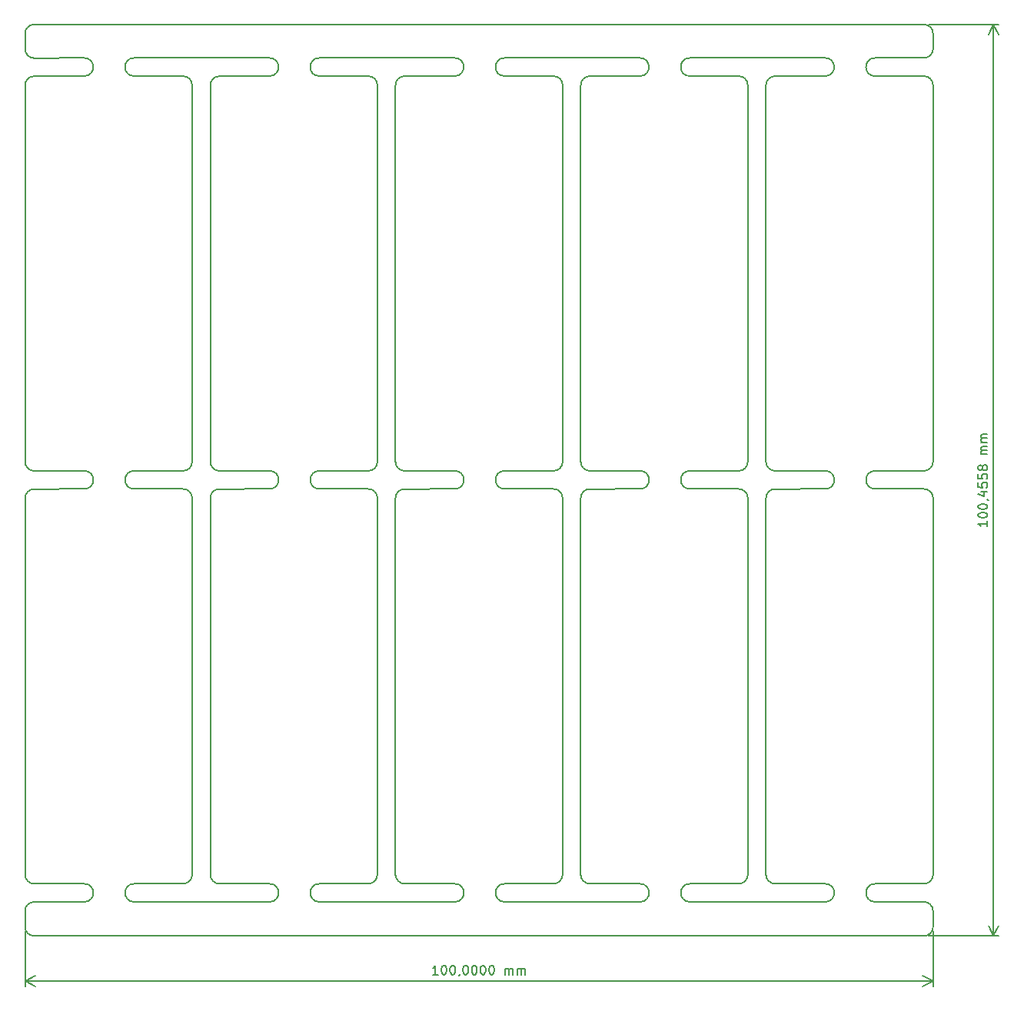
<source format=gm1>
G04 #@! TF.GenerationSoftware,KiCad,Pcbnew,6.0.1-79c1e3a40b~116~ubuntu20.04.1*
G04 #@! TF.CreationDate,2022-01-18T16:31:02+01:00*
G04 #@! TF.ProjectId,10xNano_GPIB,3130784e-616e-46f5-9f47-5049422e6b69,rev?*
G04 #@! TF.SameCoordinates,Original*
G04 #@! TF.FileFunction,Profile,NP*
%FSLAX46Y46*%
G04 Gerber Fmt 4.6, Leading zero omitted, Abs format (unit mm)*
G04 Created by KiCad (PCBNEW 6.0.1-79c1e3a40b~116~ubuntu20.04.1) date 2022-01-18 16:31:02*
%MOMM*%
%LPD*%
G01*
G04 APERTURE LIST*
G04 #@! TA.AperFunction,Profile*
%ADD10C,0.150000*%
G04 #@! TD*
%ADD11C,0.150000*%
G04 APERTURE END LIST*
D10*
X111550439Y-91367000D02*
X111550439Y-49867000D01*
X62359977Y-46860000D02*
G75*
G03*
X62359977Y-48860000I0J-1000000D01*
G01*
X149350439Y-137867000D02*
G75*
G03*
X150350439Y-136867000I1J999999D01*
G01*
X138470000Y-139870000D02*
X123570000Y-139870000D01*
X91150439Y-136867000D02*
X91150439Y-95367000D01*
X50350439Y-140866553D02*
X50350439Y-142622340D01*
X103159977Y-46860000D02*
G75*
G03*
X103159977Y-48860000I0J-1000000D01*
G01*
X51350439Y-43169446D02*
G75*
G03*
X50350439Y-44169446I3J-1000003D01*
G01*
X51350439Y-48867000D02*
G75*
G03*
X50350439Y-49867000I-1J-999999D01*
G01*
X62370000Y-94360000D02*
X67750439Y-94359447D01*
X143959977Y-48860000D02*
X149350439Y-48859447D01*
X118070000Y-137870000D02*
X118070000Y-137870000D01*
X51350439Y-94367000D02*
G75*
G03*
X50350439Y-95367000I-1J-999999D01*
G01*
X97670000Y-92360000D02*
X92150439Y-92367000D01*
X123559977Y-46860000D02*
G75*
G03*
X123559977Y-48860000I0J-1000000D01*
G01*
X149350439Y-137867000D02*
X143970000Y-137870000D01*
X111550439Y-136867000D02*
G75*
G03*
X112550439Y-137867000I999999J-1D01*
G01*
X108550439Y-92367000D02*
G75*
G03*
X109550439Y-91367000I1J999999D01*
G01*
X50350439Y-136867000D02*
G75*
G03*
X51350439Y-137867000I999999J-1D01*
G01*
X67750439Y-92367000D02*
X62370000Y-92360000D01*
X68750439Y-49859447D02*
G75*
G03*
X67750439Y-48859447I-999999J1D01*
G01*
X88150439Y-92367000D02*
X82770000Y-92360000D01*
X70750439Y-91367000D02*
G75*
G03*
X71750439Y-92367000I999999J-1D01*
G01*
X132950439Y-94367000D02*
X138470000Y-94360000D01*
X56859977Y-48860000D02*
G75*
G03*
X56859977Y-46860000I0J1000000D01*
G01*
X143959977Y-46860000D02*
G75*
G03*
X143959977Y-48860000I0J-1000000D01*
G01*
X56870000Y-139870000D02*
G75*
G03*
X56870000Y-137870000I0J1000000D01*
G01*
X92150439Y-48860000D02*
G75*
G03*
X91150439Y-49860000I-1J-999999D01*
G01*
X89150439Y-95359447D02*
G75*
G03*
X88150439Y-94359447I-999999J1D01*
G01*
X108550439Y-137867000D02*
G75*
G03*
X109550439Y-136867000I1J999999D01*
G01*
X88150439Y-137867000D02*
X82770000Y-137870000D01*
X149350439Y-43166553D02*
X51350439Y-43169446D01*
X51350439Y-94367000D02*
X56870000Y-94360000D01*
X129950439Y-49859447D02*
G75*
G03*
X128950439Y-48859447I-999999J1D01*
G01*
X70750439Y-136867000D02*
G75*
G03*
X71750439Y-137867000I999999J-1D01*
G01*
X109550439Y-91367000D02*
X109550439Y-49859447D01*
X103159977Y-46860000D02*
X118059977Y-46860000D01*
X150350439Y-91367000D02*
X150350439Y-49859447D01*
X123559977Y-46860000D02*
X138459977Y-46860000D01*
X138470000Y-94360000D02*
G75*
G03*
X138470000Y-92360000I0J1000000D01*
G01*
X129950439Y-136867000D02*
X129950439Y-95359447D01*
X97670000Y-137870000D02*
X92150439Y-137867000D01*
X111550439Y-91367000D02*
G75*
G03*
X112550439Y-92367000I999999J-1D01*
G01*
X138459977Y-48860000D02*
G75*
G03*
X138459977Y-46860000I0J1000000D01*
G01*
X77270000Y-92360000D02*
X71750439Y-92367000D01*
X82770000Y-94360000D02*
X88150439Y-94359447D01*
X103170000Y-137870000D02*
G75*
G03*
X103170000Y-139870000I0J-1000000D01*
G01*
X56870000Y-137870000D02*
X56870000Y-137870000D01*
X71750439Y-94367000D02*
X77270000Y-94360000D01*
X51350439Y-139866553D02*
G75*
G03*
X50350439Y-140866553I3J-1000003D01*
G01*
X67750439Y-92367000D02*
G75*
G03*
X68750439Y-91367000I1J999999D01*
G01*
X138470000Y-137870000D02*
X132950439Y-137867000D01*
X71750439Y-48867000D02*
X77259977Y-48860000D01*
X97659977Y-48860000D02*
G75*
G03*
X97659977Y-46860000I0J1000000D01*
G01*
X82759977Y-48860000D02*
X88150439Y-48859447D01*
X56870000Y-94360000D02*
G75*
G03*
X56870000Y-92360000I0J1000000D01*
G01*
X56870000Y-92360000D02*
X51350439Y-92367000D01*
X112550439Y-94367000D02*
G75*
G03*
X111550439Y-95367000I-1J-999999D01*
G01*
X149350439Y-46856554D02*
G75*
G03*
X150350439Y-45856554I-3J1000003D01*
G01*
X103170000Y-94360000D02*
X108550439Y-94359447D01*
X129950439Y-91367000D02*
X129950439Y-49859447D01*
X108550439Y-92367000D02*
X103170000Y-92360000D01*
X108550439Y-137867000D02*
X103170000Y-137870000D01*
X77270000Y-137870000D02*
X71750439Y-137867000D01*
X56870000Y-139870000D02*
X51350439Y-139866553D01*
X88150439Y-92367000D02*
G75*
G03*
X89150439Y-91367000I1J999999D01*
G01*
X112550439Y-48867000D02*
X118059977Y-48860000D01*
X118070000Y-92360000D02*
X112550439Y-92367000D01*
X128950439Y-92367000D02*
G75*
G03*
X129950439Y-91367000I1J999999D01*
G01*
X109550439Y-49859447D02*
G75*
G03*
X108550439Y-48859447I-999999J1D01*
G01*
X150350439Y-44166553D02*
G75*
G03*
X149350439Y-43166553I-1000003J-3D01*
G01*
X109550439Y-136867000D02*
X109550439Y-95359447D01*
X77270000Y-94360000D02*
G75*
G03*
X77270000Y-92360000I0J1000000D01*
G01*
X92150439Y-94367000D02*
G75*
G03*
X91150439Y-95367000I-1J-999999D01*
G01*
X91150439Y-91367000D02*
X91150439Y-49867000D01*
X103159977Y-48860000D02*
X108550439Y-48859447D01*
X132950439Y-94367000D02*
G75*
G03*
X131950439Y-95367000I-1J-999999D01*
G01*
X50350439Y-91367000D02*
G75*
G03*
X51350439Y-92367000I999999J-1D01*
G01*
X50350439Y-45869446D02*
G75*
G03*
X51350439Y-46869446I1000003J3D01*
G01*
X70750439Y-136867000D02*
X70750439Y-95367000D01*
X50350439Y-136867000D02*
X50350439Y-95367000D01*
X89150439Y-136867000D02*
X89150439Y-95359447D01*
X123570000Y-92360000D02*
G75*
G03*
X123570000Y-94360000I0J-1000000D01*
G01*
X138470000Y-137870000D02*
X138470000Y-137870000D01*
X131950439Y-91367000D02*
X131950439Y-49867000D01*
X91150439Y-91367000D02*
G75*
G03*
X92150439Y-92367000I999999J-1D01*
G01*
X150350439Y-140869447D02*
G75*
G03*
X149350439Y-139869447I-1000003J-3D01*
G01*
X149350439Y-143622341D02*
G75*
G03*
X150350439Y-142622341I-3J1000003D01*
G01*
X71750439Y-48867000D02*
G75*
G03*
X70750439Y-49867000I-1J-999999D01*
G01*
X51350439Y-48867000D02*
X56859977Y-48860000D01*
X71750439Y-94367000D02*
G75*
G03*
X70750439Y-95367000I-1J-999999D01*
G01*
X150350439Y-44166553D02*
X150350439Y-45856554D01*
X88150439Y-137867000D02*
G75*
G03*
X89150439Y-136867000I1J999999D01*
G01*
X128950439Y-137867000D02*
X123570000Y-137870000D01*
X138470000Y-139870000D02*
G75*
G03*
X138470000Y-137870000I0J1000000D01*
G01*
X112550439Y-48867000D02*
G75*
G03*
X111550439Y-49867000I-1J-999999D01*
G01*
X118070000Y-139870000D02*
G75*
G03*
X118070000Y-137870000I0J1000000D01*
G01*
X91150439Y-136867000D02*
G75*
G03*
X92150439Y-137867000I999999J-1D01*
G01*
X82759977Y-46860000D02*
G75*
G03*
X82759977Y-48860000I0J-1000000D01*
G01*
X112550439Y-94367000D02*
X118070000Y-94360000D01*
X82770000Y-92360000D02*
G75*
G03*
X82770000Y-94360000I0J-1000000D01*
G01*
X103170000Y-92360000D02*
G75*
G03*
X103170000Y-94360000I0J-1000000D01*
G01*
X97670000Y-139870000D02*
X82770000Y-139870000D01*
X150350439Y-95359447D02*
G75*
G03*
X149350439Y-94359447I-999999J1D01*
G01*
X56870000Y-137870000D02*
X51350439Y-137867000D01*
X132950439Y-48867000D02*
G75*
G03*
X131950439Y-49867000I-1J-999999D01*
G01*
X149350439Y-139869447D02*
X143970000Y-139870000D01*
X62370000Y-92360000D02*
G75*
G03*
X62370000Y-94360000I0J-1000000D01*
G01*
X143959977Y-46860000D02*
X149350439Y-46856554D01*
X123570000Y-137870000D02*
G75*
G03*
X123570000Y-139870000I0J-1000000D01*
G01*
X129950439Y-95359447D02*
G75*
G03*
X128950439Y-94359447I-999999J1D01*
G01*
X67750439Y-137867000D02*
X62370000Y-137870000D01*
X131950439Y-136867000D02*
G75*
G03*
X132950439Y-137867000I999999J-1D01*
G01*
X50350439Y-44169446D02*
X50350439Y-45869446D01*
X67750439Y-137867000D02*
G75*
G03*
X68750439Y-136867000I1J999999D01*
G01*
X118070000Y-137870000D02*
X112550439Y-137867000D01*
X68750439Y-136867000D02*
X68750439Y-95359447D01*
X82759977Y-46860000D02*
X97659977Y-46860000D01*
X111550439Y-136867000D02*
X111550439Y-95367000D01*
X143970000Y-137870000D02*
G75*
G03*
X143970000Y-139870000I0J-1000000D01*
G01*
X131950439Y-136867000D02*
X131950439Y-95367000D01*
X150350439Y-49859447D02*
G75*
G03*
X149350439Y-48859447I-999999J1D01*
G01*
X97670000Y-94360000D02*
G75*
G03*
X97670000Y-92360000I0J1000000D01*
G01*
X143970000Y-94360000D02*
X149350439Y-94359447D01*
X89150439Y-91367000D02*
X89150439Y-49859447D01*
X70750439Y-91367000D02*
X70750439Y-49867000D01*
X68750439Y-95359447D02*
G75*
G03*
X67750439Y-94359447I-999999J1D01*
G01*
X68750439Y-91367000D02*
X68750439Y-49859447D01*
X143970000Y-92360000D02*
G75*
G03*
X143970000Y-94360000I0J-1000000D01*
G01*
X97670000Y-139870000D02*
G75*
G03*
X97670000Y-137870000I0J1000000D01*
G01*
X51350439Y-143622340D02*
X149350439Y-143622341D01*
X150350439Y-136867000D02*
X150350439Y-95359447D01*
X149350439Y-92367000D02*
G75*
G03*
X150350439Y-91367000I1J999999D01*
G01*
X128950439Y-92367000D02*
X123570000Y-92360000D01*
X50350439Y-142622340D02*
G75*
G03*
X51350439Y-143622340I1000003J3D01*
G01*
X50350439Y-91367000D02*
X50350439Y-49867000D01*
X118059977Y-48860000D02*
G75*
G03*
X118059977Y-46860000I0J1000000D01*
G01*
X92150439Y-94367000D02*
X97670000Y-94360000D01*
X109550439Y-95359447D02*
G75*
G03*
X108550439Y-94359447I-999999J1D01*
G01*
X131950439Y-91367000D02*
G75*
G03*
X132950439Y-92367000I999999J-1D01*
G01*
X138470000Y-92360000D02*
X132950439Y-92367000D01*
X118070000Y-94360000D02*
G75*
G03*
X118070000Y-92360000I0J1000000D01*
G01*
X150350439Y-140869447D02*
X150350439Y-142622341D01*
X118070000Y-139870000D02*
X103170000Y-139870000D01*
X77270000Y-139870000D02*
X62370000Y-139870000D01*
X62370000Y-137870000D02*
G75*
G03*
X62370000Y-139870000I0J-1000000D01*
G01*
X77259977Y-48860000D02*
G75*
G03*
X77259977Y-46860000I0J1000000D01*
G01*
X132950439Y-48867000D02*
X138459977Y-48860000D01*
X77270000Y-137870000D02*
X77270000Y-137870000D01*
X97670000Y-137870000D02*
X97670000Y-137870000D01*
X149350439Y-92367000D02*
X143970000Y-92360000D01*
X77270000Y-139870000D02*
G75*
G03*
X77270000Y-137870000I0J1000000D01*
G01*
X62359977Y-46860000D02*
X77259977Y-46860000D01*
X97659977Y-48860000D02*
X92150439Y-48860000D01*
X82770000Y-137870000D02*
G75*
G03*
X82770000Y-139870000I0J-1000000D01*
G01*
X51350439Y-46869446D02*
X56859977Y-46860000D01*
X62359977Y-48860000D02*
X67750439Y-48859447D01*
X123559977Y-48860000D02*
X128950439Y-48859447D01*
X128950439Y-137867000D02*
G75*
G03*
X129950439Y-136867000I1J999999D01*
G01*
X123570000Y-94360000D02*
X128950439Y-94359447D01*
X89150439Y-49859447D02*
G75*
G03*
X88150439Y-48859447I-999999J1D01*
G01*
D11*
X156322819Y-97918256D02*
X156322819Y-98489685D01*
X156322819Y-98203970D02*
X155322819Y-98203970D01*
X155465677Y-98299208D01*
X155560915Y-98394447D01*
X155608534Y-98489685D01*
X155322819Y-97299208D02*
X155322819Y-97203970D01*
X155370439Y-97108732D01*
X155418058Y-97061113D01*
X155513296Y-97013494D01*
X155703772Y-96965875D01*
X155941867Y-96965875D01*
X156132343Y-97013494D01*
X156227581Y-97061113D01*
X156275200Y-97108732D01*
X156322819Y-97203970D01*
X156322819Y-97299208D01*
X156275200Y-97394447D01*
X156227581Y-97442066D01*
X156132343Y-97489685D01*
X155941867Y-97537304D01*
X155703772Y-97537304D01*
X155513296Y-97489685D01*
X155418058Y-97442066D01*
X155370439Y-97394447D01*
X155322819Y-97299208D01*
X155322819Y-96346827D02*
X155322819Y-96251589D01*
X155370439Y-96156351D01*
X155418058Y-96108732D01*
X155513296Y-96061113D01*
X155703772Y-96013494D01*
X155941867Y-96013494D01*
X156132343Y-96061113D01*
X156227581Y-96108732D01*
X156275200Y-96156351D01*
X156322819Y-96251589D01*
X156322819Y-96346827D01*
X156275200Y-96442066D01*
X156227581Y-96489685D01*
X156132343Y-96537304D01*
X155941867Y-96584923D01*
X155703772Y-96584923D01*
X155513296Y-96537304D01*
X155418058Y-96489685D01*
X155370439Y-96442066D01*
X155322819Y-96346827D01*
X156275200Y-95537304D02*
X156322819Y-95537304D01*
X156418058Y-95584923D01*
X156465677Y-95632542D01*
X155656153Y-94680161D02*
X156322819Y-94680161D01*
X155275200Y-94918256D02*
X155989486Y-95156351D01*
X155989486Y-94537304D01*
X155322819Y-93680161D02*
X155322819Y-94156351D01*
X155799010Y-94203970D01*
X155751391Y-94156351D01*
X155703772Y-94061113D01*
X155703772Y-93823018D01*
X155751391Y-93727780D01*
X155799010Y-93680161D01*
X155894248Y-93632542D01*
X156132343Y-93632542D01*
X156227581Y-93680161D01*
X156275200Y-93727780D01*
X156322819Y-93823018D01*
X156322819Y-94061113D01*
X156275200Y-94156351D01*
X156227581Y-94203970D01*
X155322819Y-92727780D02*
X155322819Y-93203970D01*
X155799010Y-93251589D01*
X155751391Y-93203970D01*
X155703772Y-93108732D01*
X155703772Y-92870637D01*
X155751391Y-92775399D01*
X155799010Y-92727780D01*
X155894248Y-92680161D01*
X156132343Y-92680161D01*
X156227581Y-92727780D01*
X156275200Y-92775399D01*
X156322819Y-92870637D01*
X156322819Y-93108732D01*
X156275200Y-93203970D01*
X156227581Y-93251589D01*
X155751391Y-92108732D02*
X155703772Y-92203970D01*
X155656153Y-92251589D01*
X155560915Y-92299208D01*
X155513296Y-92299208D01*
X155418058Y-92251589D01*
X155370439Y-92203970D01*
X155322819Y-92108732D01*
X155322819Y-91918256D01*
X155370439Y-91823018D01*
X155418058Y-91775399D01*
X155513296Y-91727780D01*
X155560915Y-91727780D01*
X155656153Y-91775399D01*
X155703772Y-91823018D01*
X155751391Y-91918256D01*
X155751391Y-92108732D01*
X155799010Y-92203970D01*
X155846629Y-92251589D01*
X155941867Y-92299208D01*
X156132343Y-92299208D01*
X156227581Y-92251589D01*
X156275200Y-92203970D01*
X156322819Y-92108732D01*
X156322819Y-91918256D01*
X156275200Y-91823018D01*
X156227581Y-91775399D01*
X156132343Y-91727780D01*
X155941867Y-91727780D01*
X155846629Y-91775399D01*
X155799010Y-91823018D01*
X155751391Y-91918256D01*
X156322819Y-90537304D02*
X155656153Y-90537304D01*
X155751391Y-90537304D02*
X155703772Y-90489685D01*
X155656153Y-90394447D01*
X155656153Y-90251589D01*
X155703772Y-90156351D01*
X155799010Y-90108732D01*
X156322819Y-90108732D01*
X155799010Y-90108732D02*
X155703772Y-90061113D01*
X155656153Y-89965875D01*
X155656153Y-89823018D01*
X155703772Y-89727780D01*
X155799010Y-89680161D01*
X156322819Y-89680161D01*
X156322819Y-89203970D02*
X155656153Y-89203970D01*
X155751391Y-89203970D02*
X155703772Y-89156351D01*
X155656153Y-89061113D01*
X155656153Y-88918256D01*
X155703772Y-88823018D01*
X155799010Y-88775399D01*
X156322819Y-88775399D01*
X155799010Y-88775399D02*
X155703772Y-88727780D01*
X155656153Y-88632542D01*
X155656153Y-88489685D01*
X155703772Y-88394447D01*
X155799010Y-88346827D01*
X156322819Y-88346827D01*
D10*
X149850439Y-43166553D02*
X157606859Y-43166553D01*
X149850439Y-143622341D02*
X157606859Y-143622341D01*
X157020439Y-43166553D02*
X157020439Y-143622341D01*
X157020439Y-43166553D02*
X157020439Y-143622341D01*
X157020439Y-43166553D02*
X156434018Y-44293057D01*
X157020439Y-43166553D02*
X157606860Y-44293057D01*
X157020439Y-143622341D02*
X157606860Y-142495837D01*
X157020439Y-143622341D02*
X156434018Y-142495837D01*
D11*
X95826629Y-147881827D02*
X95255200Y-147881827D01*
X95540915Y-147881827D02*
X95540915Y-146881827D01*
X95445677Y-147024685D01*
X95350439Y-147119923D01*
X95255200Y-147167542D01*
X96445677Y-146881827D02*
X96540915Y-146881827D01*
X96636153Y-146929447D01*
X96683772Y-146977066D01*
X96731391Y-147072304D01*
X96779010Y-147262780D01*
X96779010Y-147500875D01*
X96731391Y-147691351D01*
X96683772Y-147786589D01*
X96636153Y-147834208D01*
X96540915Y-147881827D01*
X96445677Y-147881827D01*
X96350439Y-147834208D01*
X96302819Y-147786589D01*
X96255200Y-147691351D01*
X96207581Y-147500875D01*
X96207581Y-147262780D01*
X96255200Y-147072304D01*
X96302819Y-146977066D01*
X96350439Y-146929447D01*
X96445677Y-146881827D01*
X97398058Y-146881827D02*
X97493296Y-146881827D01*
X97588534Y-146929447D01*
X97636153Y-146977066D01*
X97683772Y-147072304D01*
X97731391Y-147262780D01*
X97731391Y-147500875D01*
X97683772Y-147691351D01*
X97636153Y-147786589D01*
X97588534Y-147834208D01*
X97493296Y-147881827D01*
X97398058Y-147881827D01*
X97302819Y-147834208D01*
X97255200Y-147786589D01*
X97207581Y-147691351D01*
X97159962Y-147500875D01*
X97159962Y-147262780D01*
X97207581Y-147072304D01*
X97255200Y-146977066D01*
X97302819Y-146929447D01*
X97398058Y-146881827D01*
X98207581Y-147834208D02*
X98207581Y-147881827D01*
X98159962Y-147977066D01*
X98112343Y-148024685D01*
X98826629Y-146881827D02*
X98921867Y-146881827D01*
X99017105Y-146929447D01*
X99064724Y-146977066D01*
X99112343Y-147072304D01*
X99159962Y-147262780D01*
X99159962Y-147500875D01*
X99112343Y-147691351D01*
X99064724Y-147786589D01*
X99017105Y-147834208D01*
X98921867Y-147881827D01*
X98826629Y-147881827D01*
X98731391Y-147834208D01*
X98683772Y-147786589D01*
X98636153Y-147691351D01*
X98588534Y-147500875D01*
X98588534Y-147262780D01*
X98636153Y-147072304D01*
X98683772Y-146977066D01*
X98731391Y-146929447D01*
X98826629Y-146881827D01*
X99779010Y-146881827D02*
X99874248Y-146881827D01*
X99969486Y-146929447D01*
X100017105Y-146977066D01*
X100064724Y-147072304D01*
X100112343Y-147262780D01*
X100112343Y-147500875D01*
X100064724Y-147691351D01*
X100017105Y-147786589D01*
X99969486Y-147834208D01*
X99874248Y-147881827D01*
X99779010Y-147881827D01*
X99683772Y-147834208D01*
X99636153Y-147786589D01*
X99588534Y-147691351D01*
X99540915Y-147500875D01*
X99540915Y-147262780D01*
X99588534Y-147072304D01*
X99636153Y-146977066D01*
X99683772Y-146929447D01*
X99779010Y-146881827D01*
X100731391Y-146881827D02*
X100826629Y-146881827D01*
X100921867Y-146929447D01*
X100969486Y-146977066D01*
X101017105Y-147072304D01*
X101064724Y-147262780D01*
X101064724Y-147500875D01*
X101017105Y-147691351D01*
X100969486Y-147786589D01*
X100921867Y-147834208D01*
X100826629Y-147881827D01*
X100731391Y-147881827D01*
X100636153Y-147834208D01*
X100588534Y-147786589D01*
X100540915Y-147691351D01*
X100493296Y-147500875D01*
X100493296Y-147262780D01*
X100540915Y-147072304D01*
X100588534Y-146977066D01*
X100636153Y-146929447D01*
X100731391Y-146881827D01*
X101683772Y-146881827D02*
X101779010Y-146881827D01*
X101874248Y-146929447D01*
X101921867Y-146977066D01*
X101969486Y-147072304D01*
X102017105Y-147262780D01*
X102017105Y-147500875D01*
X101969486Y-147691351D01*
X101921867Y-147786589D01*
X101874248Y-147834208D01*
X101779010Y-147881827D01*
X101683772Y-147881827D01*
X101588534Y-147834208D01*
X101540915Y-147786589D01*
X101493296Y-147691351D01*
X101445677Y-147500875D01*
X101445677Y-147262780D01*
X101493296Y-147072304D01*
X101540915Y-146977066D01*
X101588534Y-146929447D01*
X101683772Y-146881827D01*
X103207581Y-147881827D02*
X103207581Y-147215161D01*
X103207581Y-147310399D02*
X103255200Y-147262780D01*
X103350439Y-147215161D01*
X103493296Y-147215161D01*
X103588534Y-147262780D01*
X103636153Y-147358018D01*
X103636153Y-147881827D01*
X103636153Y-147358018D02*
X103683772Y-147262780D01*
X103779010Y-147215161D01*
X103921867Y-147215161D01*
X104017105Y-147262780D01*
X104064724Y-147358018D01*
X104064724Y-147881827D01*
X104540915Y-147881827D02*
X104540915Y-147215161D01*
X104540915Y-147310399D02*
X104588534Y-147262780D01*
X104683772Y-147215161D01*
X104826629Y-147215161D01*
X104921867Y-147262780D01*
X104969486Y-147358018D01*
X104969486Y-147881827D01*
X104969486Y-147358018D02*
X105017105Y-147262780D01*
X105112343Y-147215161D01*
X105255200Y-147215161D01*
X105350439Y-147262780D01*
X105398058Y-147358018D01*
X105398058Y-147881827D01*
D10*
X150350439Y-143122341D02*
X150350439Y-149165867D01*
X50350439Y-143122341D02*
X50350439Y-149165867D01*
X150350439Y-148579447D02*
X50350439Y-148579447D01*
X150350439Y-148579447D02*
X50350439Y-148579447D01*
X150350439Y-148579447D02*
X149223935Y-147993026D01*
X150350439Y-148579447D02*
X149223935Y-149165868D01*
X50350439Y-148579447D02*
X51476943Y-149165868D01*
X50350439Y-148579447D02*
X51476943Y-147993026D01*
M02*

</source>
